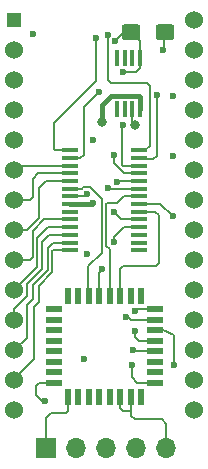
<source format=gtl>
G04 #@! TF.GenerationSoftware,KiCad,Pcbnew,5.1.12-84ad8e8a86~92~ubuntu20.04.1*
G04 #@! TF.CreationDate,2022-01-10T18:06:35+09:00*
G04 #@! TF.ProjectId,LI2026ODP,4c493230-3236-44f4-9450-2e6b69636164,rev?*
G04 #@! TF.SameCoordinates,Original*
G04 #@! TF.FileFunction,Copper,L1,Top*
G04 #@! TF.FilePolarity,Positive*
%FSLAX46Y46*%
G04 Gerber Fmt 4.6, Leading zero omitted, Abs format (unit mm)*
G04 Created by KiCad (PCBNEW 5.1.12-84ad8e8a86~92~ubuntu20.04.1) date 2022-01-10 18:06:35*
%MOMM*%
%LPD*%
G01*
G04 APERTURE LIST*
G04 #@! TA.AperFunction,ComponentPad*
%ADD10O,1.700000X1.700000*%
G04 #@! TD*
G04 #@! TA.AperFunction,ComponentPad*
%ADD11R,1.700000X1.700000*%
G04 #@! TD*
G04 #@! TA.AperFunction,ComponentPad*
%ADD12C,1.524000*%
G04 #@! TD*
G04 #@! TA.AperFunction,ComponentPad*
%ADD13R,1.270000X1.270000*%
G04 #@! TD*
G04 #@! TA.AperFunction,SMDPad,CuDef*
%ADD14R,0.431800X1.422400*%
G04 #@! TD*
G04 #@! TA.AperFunction,SMDPad,CuDef*
%ADD15R,1.384300X0.355600*%
G04 #@! TD*
G04 #@! TA.AperFunction,SMDPad,CuDef*
%ADD16R,0.508000X1.358900*%
G04 #@! TD*
G04 #@! TA.AperFunction,SMDPad,CuDef*
%ADD17R,1.358900X0.508000*%
G04 #@! TD*
G04 #@! TA.AperFunction,ViaPad*
%ADD18C,0.600000*%
G04 #@! TD*
G04 #@! TA.AperFunction,ViaPad*
%ADD19C,0.800000*%
G04 #@! TD*
G04 #@! TA.AperFunction,Conductor*
%ADD20C,0.200000*%
G04 #@! TD*
G04 #@! TA.AperFunction,Conductor*
%ADD21C,0.400000*%
G04 #@! TD*
G04 APERTURE END LIST*
G04 #@! TO.P,C1,2*
G04 #@! TO.N,GND*
G04 #@! TA.AperFunction,SMDPad,CuDef*
G36*
G01*
X129301000Y-87801001D02*
X129301000Y-86950999D01*
G75*
G02*
X129550999Y-86701000I249999J0D01*
G01*
X130626001Y-86701000D01*
G75*
G02*
X130876000Y-86950999I0J-249999D01*
G01*
X130876000Y-87801001D01*
G75*
G02*
X130626001Y-88051000I-249999J0D01*
G01*
X129550999Y-88051000D01*
G75*
G02*
X129301000Y-87801001I0J249999D01*
G01*
G37*
G04 #@! TD.AperFunction*
G04 #@! TO.P,C1,1*
G04 #@! TO.N,+3V3*
G04 #@! TA.AperFunction,SMDPad,CuDef*
G36*
G01*
X126426000Y-87801001D02*
X126426000Y-86950999D01*
G75*
G02*
X126675999Y-86701000I249999J0D01*
G01*
X127751001Y-86701000D01*
G75*
G02*
X128001000Y-86950999I0J-249999D01*
G01*
X128001000Y-87801001D01*
G75*
G02*
X127751001Y-88051000I-249999J0D01*
G01*
X126675999Y-88051000D01*
G75*
G02*
X126426000Y-87801001I0J249999D01*
G01*
G37*
G04 #@! TD.AperFunction*
G04 #@! TD*
D10*
G04 #@! TO.P,J2,5*
G04 #@! TO.N,/LPUART2_TX*
X130175000Y-122555000D03*
G04 #@! TO.P,J2,4*
G04 #@! TO.N,/NRST*
X127635000Y-122555000D03*
G04 #@! TO.P,J2,3*
G04 #@! TO.N,/SWDIO*
X125095000Y-122555000D03*
G04 #@! TO.P,J2,2*
G04 #@! TO.N,GND*
X122555000Y-122555000D03*
D11*
G04 #@! TO.P,J2,1*
G04 #@! TO.N,/SWCLK*
X120015000Y-122555000D03*
G04 #@! TD*
D12*
G04 #@! TO.P,J1,28*
G04 #@! TO.N,Net-(D9-Pad1)*
X132540000Y-86360000D03*
G04 #@! TO.P,J1,27*
G04 #@! TO.N,Net-(J1-Pad27)*
X132540000Y-88900000D03*
G04 #@! TO.P,J1,26*
G04 #@! TO.N,Net-(D8-Pad1)*
X132540000Y-91440000D03*
G04 #@! TO.P,J1,25*
G04 #@! TO.N,Net-(D7-Pad1)*
X132540000Y-93980000D03*
G04 #@! TO.P,J1,24*
G04 #@! TO.N,Net-(D6-Pad1)*
X132540000Y-96520000D03*
G04 #@! TO.P,J1,23*
G04 #@! TO.N,Net-(D5-Pad1)*
X132540000Y-99060000D03*
G04 #@! TO.P,J1,22*
G04 #@! TO.N,Net-(D4-Pad1)*
X132540000Y-101600000D03*
G04 #@! TO.P,J1,21*
G04 #@! TO.N,Net-(D3-Pad1)*
X132540000Y-104140000D03*
G04 #@! TO.P,J1,20*
G04 #@! TO.N,Net-(J1-Pad20)*
X132540000Y-106680000D03*
G04 #@! TO.P,J1,19*
G04 #@! TO.N,/HVKEY2*
X132540000Y-109220000D03*
G04 #@! TO.P,J1,18*
G04 #@! TO.N,/HVKEY1*
X132540000Y-111760000D03*
G04 #@! TO.P,J1,17*
G04 #@! TO.N,/HVKEY0*
X132540000Y-114300000D03*
G04 #@! TO.P,J1,16*
G04 #@! TO.N,Net-(J1-Pad16)*
X132540000Y-116840000D03*
G04 #@! TO.P,J1,15*
G04 #@! TO.N,Net-(J1-Pad15)*
X132540000Y-119380000D03*
G04 #@! TO.P,J1,14*
G04 #@! TO.N,/+25V*
X117300000Y-119380000D03*
G04 #@! TO.P,J1,13*
G04 #@! TO.N,/SEG_DP*
X117300000Y-116840000D03*
G04 #@! TO.P,J1,12*
G04 #@! TO.N,/SEG_D*
X117300000Y-114300000D03*
G04 #@! TO.P,J1,11*
G04 #@! TO.N,/SEG_C*
X117300000Y-111760000D03*
G04 #@! TO.P,J1,10*
G04 #@! TO.N,/SEG_E*
X117300000Y-109220000D03*
G04 #@! TO.P,J1,9*
G04 #@! TO.N,/SEG_G*
X117300000Y-106680000D03*
G04 #@! TO.P,J1,8*
G04 #@! TO.N,/SEG_B*
X117300000Y-104140000D03*
G04 #@! TO.P,J1,7*
G04 #@! TO.N,/SEG_F*
X117300000Y-101600000D03*
G04 #@! TO.P,J1,6*
G04 #@! TO.N,/SEG_A*
X117300000Y-99060000D03*
G04 #@! TO.P,J1,5*
G04 #@! TO.N,Net-(J1-Pad5)*
X117300000Y-96520000D03*
G04 #@! TO.P,J1,4*
G04 #@! TO.N,GND*
X117300000Y-93980000D03*
G04 #@! TO.P,J1,3*
G04 #@! TO.N,Net-(J1-Pad3)*
X117300000Y-91440000D03*
G04 #@! TO.P,J1,2*
G04 #@! TO.N,Net-(D2-Pad1)*
X117300000Y-88900000D03*
D13*
G04 #@! TO.P,J1,1*
G04 #@! TO.N,Net-(D1-Pad1)*
X117300000Y-86360000D03*
G04 #@! TD*
D14*
G04 #@! TO.P,U1,8*
G04 #@! TO.N,/+25V*
X127974999Y-93865700D03*
G04 #@! TO.P,U1,7*
G04 #@! TO.N,GND*
X127325001Y-93865700D03*
G04 #@! TO.P,U1,6*
G04 #@! TO.N,Net-(U1-Pad6)*
X126674999Y-93865700D03*
G04 #@! TO.P,U1,5*
G04 #@! TO.N,Net-(U1-Pad5)*
X126025001Y-93865700D03*
G04 #@! TO.P,U1,4*
G04 #@! TO.N,Net-(U1-Pad4)*
X126025001Y-89522300D03*
G04 #@! TO.P,U1,3*
G04 #@! TO.N,Net-(U1-Pad3)*
X126674999Y-89522300D03*
G04 #@! TO.P,U1,2*
G04 #@! TO.N,Net-(U1-Pad2)*
X127325001Y-89522300D03*
G04 #@! TO.P,U1,1*
G04 #@! TO.N,+3V3*
X127974999Y-89522300D03*
G04 #@! TD*
D15*
G04 #@! TO.P,U3,28*
G04 #@! TO.N,/D2*
X127908050Y-97375000D03*
G04 #@! TO.P,U3,27*
G04 #@! TO.N,/D3*
X127908050Y-98025001D03*
G04 #@! TO.P,U3,26*
G04 #@! TO.N,/D4*
X127908050Y-98675000D03*
G04 #@! TO.P,U3,25*
G04 #@! TO.N,/D5*
X127908050Y-99325001D03*
G04 #@! TO.P,U3,24*
G04 #@! TO.N,/D6*
X127908050Y-99974999D03*
G04 #@! TO.P,U3,23*
G04 #@! TO.N,/LOAD*
X127908050Y-100625001D03*
G04 #@! TO.P,U3,22*
G04 #@! TO.N,/SCK*
X127908050Y-101274999D03*
G04 #@! TO.P,U3,21*
G04 #@! TO.N,GND*
X127908050Y-101925001D03*
G04 #@! TO.P,U3,20*
G04 #@! TO.N,/BLANK*
X127908050Y-102574999D03*
G04 #@! TO.P,U3,19*
G04 #@! TO.N,/D7*
X127908050Y-103225001D03*
G04 #@! TO.P,U3,18*
G04 #@! TO.N,/D8*
X127908050Y-103874999D03*
G04 #@! TO.P,U3,17*
G04 #@! TO.N,Net-(U3-Pad17)*
X127908050Y-104525000D03*
G04 #@! TO.P,U3,16*
G04 #@! TO.N,Net-(U3-Pad16)*
X127908050Y-105174999D03*
G04 #@! TO.P,U3,15*
G04 #@! TO.N,Net-(U3-Pad15)*
X127908050Y-105825000D03*
G04 #@! TO.P,U3,14*
G04 #@! TO.N,/SEG_DP*
X122027950Y-105824998D03*
G04 #@! TO.P,U3,13*
G04 #@! TO.N,/SEG_D*
X122027950Y-105174999D03*
G04 #@! TO.P,U3,12*
G04 #@! TO.N,/SEG_C*
X122027950Y-104524998D03*
G04 #@! TO.P,U3,11*
G04 #@! TO.N,/SEG_E*
X122027950Y-103874999D03*
G04 #@! TO.P,U3,10*
G04 #@! TO.N,/SEG_G*
X122027950Y-103224998D03*
G04 #@! TO.P,U3,9*
G04 #@! TO.N,Net-(U3-Pad9)*
X122027950Y-102574999D03*
G04 #@! TO.P,U3,8*
G04 #@! TO.N,/+25V*
X122027950Y-101924998D03*
G04 #@! TO.P,U3,7*
G04 #@! TO.N,+3V3*
X122027950Y-101274999D03*
G04 #@! TO.P,U3,6*
G04 #@! TO.N,/MOSI*
X122027950Y-100625001D03*
G04 #@! TO.P,U3,5*
G04 #@! TO.N,/SEG_B*
X122027950Y-99974999D03*
G04 #@! TO.P,U3,4*
G04 #@! TO.N,/SEG_F*
X122027950Y-99325001D03*
G04 #@! TO.P,U3,3*
G04 #@! TO.N,/SEG_A*
X122027950Y-98675000D03*
G04 #@! TO.P,U3,2*
G04 #@! TO.N,/D0*
X122027950Y-98025001D03*
G04 #@! TO.P,U3,1*
G04 #@! TO.N,/D1*
X122027950Y-97375000D03*
G04 #@! TD*
D16*
G04 #@! TO.P,U2,32*
G04 #@! TO.N,Net-(U2-Pad32)*
X128079500Y-118228550D03*
G04 #@! TO.P,U2,31*
G04 #@! TO.N,/LPUART2_TX*
X127190500Y-118228550D03*
G04 #@! TO.P,U2,30*
X126301500Y-118228550D03*
G04 #@! TO.P,U2,29*
G04 #@! TO.N,Net-(U2-Pad29)*
X125412500Y-118228550D03*
G04 #@! TO.P,U2,28*
G04 #@! TO.N,Net-(U2-Pad28)*
X124523500Y-118228550D03*
G04 #@! TO.P,U2,27*
G04 #@! TO.N,Net-(U2-Pad27)*
X123634500Y-118228550D03*
G04 #@! TO.P,U2,26*
G04 #@! TO.N,Net-(U2-Pad26)*
X122745500Y-118228550D03*
G04 #@! TO.P,U2,25*
G04 #@! TO.N,/SWCLK*
X121856500Y-118228550D03*
D17*
G04 #@! TO.P,U2,24*
G04 #@! TO.N,/SWDIO*
X120694450Y-117066500D03*
G04 #@! TO.P,U2,23*
G04 #@! TO.N,Net-(U2-Pad23)*
X120694450Y-116177500D03*
G04 #@! TO.P,U2,22*
G04 #@! TO.N,Net-(U2-Pad22)*
X120694450Y-115288500D03*
G04 #@! TO.P,U2,21*
G04 #@! TO.N,Net-(U2-Pad21)*
X120694450Y-114399500D03*
G04 #@! TO.P,U2,20*
G04 #@! TO.N,Net-(U2-Pad20)*
X120694450Y-113510500D03*
G04 #@! TO.P,U2,19*
G04 #@! TO.N,Net-(U2-Pad19)*
X120694450Y-112621500D03*
G04 #@! TO.P,U2,18*
G04 #@! TO.N,Net-(U2-Pad18)*
X120694450Y-111732500D03*
G04 #@! TO.P,U2,17*
G04 #@! TO.N,Net-(U2-Pad17)*
X120694450Y-110843500D03*
D16*
G04 #@! TO.P,U2,16*
G04 #@! TO.N,Net-(U2-Pad16)*
X121856500Y-109681450D03*
G04 #@! TO.P,U2,15*
G04 #@! TO.N,Net-(U2-Pad15)*
X122745500Y-109681450D03*
G04 #@! TO.P,U2,14*
G04 #@! TO.N,/MOSI*
X123634500Y-109681450D03*
G04 #@! TO.P,U2,13*
G04 #@! TO.N,/LOAD*
X124523500Y-109681450D03*
G04 #@! TO.P,U2,12*
G04 #@! TO.N,/SCK*
X125412500Y-109681450D03*
G04 #@! TO.P,U2,11*
G04 #@! TO.N,/BLANK*
X126301500Y-109681450D03*
G04 #@! TO.P,U2,10*
G04 #@! TO.N,Net-(U2-Pad10)*
X127190500Y-109681450D03*
G04 #@! TO.P,U2,9*
G04 #@! TO.N,Net-(U2-Pad9)*
X128079500Y-109681450D03*
D17*
G04 #@! TO.P,U2,8*
G04 #@! TO.N,/KEY2*
X129241550Y-110843500D03*
G04 #@! TO.P,U2,7*
G04 #@! TO.N,/KEY1*
X129241550Y-111732500D03*
G04 #@! TO.P,U2,6*
G04 #@! TO.N,/NRST*
X129241550Y-112621500D03*
G04 #@! TO.P,U2,5*
G04 #@! TO.N,GND*
X129241550Y-113510500D03*
G04 #@! TO.P,U2,4*
G04 #@! TO.N,+3V3*
X129241550Y-114399500D03*
G04 #@! TO.P,U2,3*
G04 #@! TO.N,Net-(U2-Pad3)*
X129241550Y-115288500D03*
G04 #@! TO.P,U2,2*
G04 #@! TO.N,Net-(U2-Pad2)*
X129241550Y-116177500D03*
G04 #@! TO.P,U2,1*
G04 #@! TO.N,/KEY0*
X129241550Y-117066500D03*
G04 #@! TD*
D18*
G04 #@! TO.N,GND*
X118952000Y-87550000D03*
X130730000Y-92790000D03*
X130730000Y-97870000D03*
X130730000Y-102950000D03*
X123444000Y-106172000D03*
X123190000Y-115062000D03*
X123952000Y-96520000D03*
D19*
X127508000Y-95250000D03*
D18*
X127508000Y-112649000D03*
X129921000Y-88900000D03*
G04 #@! TO.N,+3V3*
X126492000Y-90733502D03*
X127416000Y-114300000D03*
X125862002Y-88110001D03*
X123444000Y-101092000D03*
D19*
G04 #@! TO.N,/+25V*
X124714000Y-94996000D03*
D18*
X123952000Y-101854000D03*
G04 #@! TO.N,/D1*
X124206000Y-87884000D03*
G04 #@! TO.N,/D0*
X124460000Y-92456000D03*
G04 #@! TO.N,/D8*
X125730000Y-105156000D03*
G04 #@! TO.N,/D7*
X125730000Y-102616000D03*
G04 #@! TO.N,/D6*
X125984000Y-100076000D03*
G04 #@! TO.N,/D5*
X125730000Y-97790000D03*
G04 #@! TO.N,/D4*
X126492000Y-95250000D03*
G04 #@! TO.N,/D3*
X129378000Y-92710000D03*
G04 #@! TO.N,/D2*
X125222000Y-87630000D03*
G04 #@! TO.N,/NRST*
X130810000Y-115570000D03*
G04 #@! TO.N,/SWDIO*
X119888000Y-118618000D03*
G04 #@! TO.N,/KEY2*
X127508000Y-110998000D03*
G04 #@! TO.N,/KEY1*
X126822004Y-111471000D03*
G04 #@! TO.N,/KEY0*
X127254000Y-115570000D03*
G04 #@! TO.N,/LOAD*
X125222000Y-100584000D03*
X124714000Y-107442000D03*
G04 #@! TD*
D20*
G04 #@! TO.N,GND*
X129705001Y-101925001D02*
X130730000Y-102950000D01*
X127400050Y-101925001D02*
X128595001Y-101925001D01*
X127325001Y-95067001D02*
X127508000Y-95250000D01*
X127325001Y-93865700D02*
X127325001Y-95067001D01*
X129966000Y-88855000D02*
X129921000Y-88900000D01*
X129966000Y-87503000D02*
X129966000Y-88855000D01*
X127508000Y-113164400D02*
X127508000Y-112649000D01*
X127854100Y-113510500D02*
X127508000Y-113164400D01*
X129241550Y-113510500D02*
X127854100Y-113510500D01*
X128960999Y-101925001D02*
X129705001Y-101925001D01*
X128595001Y-101925001D02*
X128960999Y-101925001D01*
G04 #@! TO.N,+3V3*
X127674997Y-90733502D02*
X126492000Y-90733502D01*
X127974999Y-90433500D02*
X127674997Y-90733502D01*
X127974999Y-89522300D02*
X127974999Y-90433500D01*
X121519950Y-101274999D02*
X122279904Y-101274999D01*
X127974999Y-88137499D02*
X127213500Y-87376000D01*
X127974999Y-89522300D02*
X127974999Y-88137499D01*
X126596003Y-87376000D02*
X125862002Y-88110001D01*
X127213500Y-87376000D02*
X126596003Y-87376000D01*
X127515500Y-114399500D02*
X127416000Y-114300000D01*
X129241550Y-114399500D02*
X127515500Y-114399500D01*
X128634050Y-114300000D02*
X129241550Y-114399500D01*
X123261001Y-101274999D02*
X123444000Y-101092000D01*
X122027950Y-101274999D02*
X123261001Y-101274999D01*
D21*
G04 #@! TO.N,/+25V*
X127974999Y-92868596D02*
X127974999Y-93865700D01*
X127860902Y-92754499D02*
X127974999Y-92868596D01*
X125489100Y-92754499D02*
X127860902Y-92754499D01*
X124714000Y-93529599D02*
X125489100Y-92754499D01*
X124714000Y-94996000D02*
X124714000Y-93529599D01*
X123881002Y-101924998D02*
X123952000Y-101854000D01*
X122027950Y-101924998D02*
X123881002Y-101924998D01*
D20*
G04 #@! TO.N,/D1*
X121519950Y-97375000D02*
X122589000Y-97375000D01*
X124206000Y-91472702D02*
X124206000Y-87884000D01*
X120650000Y-95028702D02*
X124206000Y-91472702D01*
X120650000Y-97282000D02*
X120650000Y-95028702D01*
X120743000Y-97375000D02*
X120650000Y-97282000D01*
X122027950Y-97375000D02*
X120743000Y-97375000D01*
G04 #@! TO.N,/D0*
X121519950Y-98025001D02*
X122504698Y-98025001D01*
X123189999Y-93726001D02*
X124460000Y-92456000D01*
X123189999Y-97755102D02*
X123189999Y-93726001D01*
X122920100Y-98025001D02*
X123189999Y-97755102D01*
X122027950Y-98025001D02*
X122920100Y-98025001D01*
G04 #@! TO.N,/D8*
X126586737Y-103874999D02*
X127908050Y-103874999D01*
X125730000Y-104731736D02*
X126586737Y-103874999D01*
X125730000Y-105156000D02*
X125730000Y-104731736D01*
G04 #@! TO.N,/D7*
X126339001Y-103225001D02*
X125730000Y-102616000D01*
X127908050Y-103225001D02*
X126339001Y-103225001D01*
G04 #@! TO.N,/D6*
X126085001Y-99974999D02*
X125984000Y-100076000D01*
X127908050Y-99974999D02*
X126085001Y-99974999D01*
G04 #@! TO.N,/D5*
X126592202Y-99325001D02*
X127908050Y-99325001D01*
X125730000Y-98462799D02*
X126592202Y-99325001D01*
X125730000Y-97790000D02*
X125730000Y-98462799D01*
G04 #@! TO.N,/D4*
X126407899Y-95334101D02*
X126492000Y-95250000D01*
X126407899Y-98574999D02*
X126407899Y-95334101D01*
X126507900Y-98675000D02*
X126407899Y-98574999D01*
X127908050Y-98675000D02*
X126507900Y-98675000D01*
G04 #@! TO.N,/D3*
X129378001Y-92710001D02*
X129378000Y-92710000D01*
X129378001Y-97824001D02*
X129378001Y-92710001D01*
X127511050Y-98136001D02*
X129066001Y-98136001D01*
X129066001Y-98136001D02*
X129378001Y-97824001D01*
X127400050Y-98025001D02*
X127511050Y-98136001D01*
G04 #@! TO.N,/D2*
X127400050Y-97375000D02*
X128431000Y-97375000D01*
X128777999Y-97028001D02*
X128777999Y-91948001D01*
X128431000Y-97375000D02*
X128777999Y-97028001D01*
X128777999Y-91948001D02*
X128523998Y-91694000D01*
X128523998Y-91694000D02*
X125476000Y-91694000D01*
X125222000Y-91440000D02*
X125222000Y-87630000D01*
X125476000Y-91694000D02*
X125222000Y-91440000D01*
G04 #@! TO.N,/SEG_DP*
X117300000Y-116724001D02*
X117300000Y-116840000D01*
X118962001Y-115062000D02*
X117300000Y-116724001D01*
X118962001Y-110594497D02*
X118962001Y-115062000D01*
X119380000Y-110176498D02*
X118962001Y-110594497D01*
X119380000Y-108837095D02*
X119380000Y-110176498D01*
X120542010Y-107675085D02*
X119380000Y-108837095D01*
X120627800Y-105824998D02*
X120542010Y-105910788D01*
X120542010Y-105910788D02*
X120542010Y-107675085D01*
X122027950Y-105824998D02*
X120627800Y-105824998D01*
G04 #@! TO.N,/SEG_D*
X120631001Y-105174999D02*
X122027950Y-105174999D01*
X120142000Y-105664000D02*
X120631001Y-105174999D01*
X120142000Y-107509396D02*
X120142000Y-105664000D01*
X118872000Y-108779396D02*
X120142000Y-107509396D01*
X118872000Y-109982000D02*
X118872000Y-108779396D01*
X118364000Y-110490000D02*
X118872000Y-109982000D01*
X118368849Y-113231151D02*
X118364000Y-110490000D01*
X117300000Y-114300000D02*
X118368849Y-113231151D01*
G04 #@! TO.N,/SEG_C*
X117300000Y-110792000D02*
X117300000Y-111760000D01*
X118362001Y-109729999D02*
X117300000Y-110792000D01*
X118364000Y-108721698D02*
X118364000Y-108966000D01*
X119672020Y-105156000D02*
X119672020Y-107413679D01*
X118362001Y-108967999D02*
X118362001Y-109729999D01*
X118364000Y-108966000D02*
X118362001Y-108967999D01*
X120303022Y-104524998D02*
X119672020Y-105156000D01*
X119672020Y-107413679D02*
X118364000Y-108721698D01*
X122027950Y-104524998D02*
X120303022Y-104524998D01*
G04 #@! TO.N,/SEG_E*
X119272010Y-104755990D02*
X119272010Y-107247990D01*
X119272010Y-107247990D02*
X117300000Y-109220000D01*
X120142000Y-103886000D02*
X119272010Y-104755990D01*
X120904000Y-103886000D02*
X120142000Y-103886000D01*
X120915001Y-103874999D02*
X120904000Y-103886000D01*
X122027950Y-103874999D02*
X120915001Y-103874999D01*
G04 #@! TO.N,/SEG_G*
X118618000Y-106680000D02*
X117300000Y-106680000D01*
X118872000Y-104197699D02*
X118872000Y-106426000D01*
X119844701Y-103224998D02*
X118872000Y-104197699D01*
X118872000Y-106426000D02*
X118618000Y-106680000D01*
X122027950Y-103224998D02*
X119844701Y-103224998D01*
G04 #@! TO.N,/SEG_B*
X119380000Y-103124000D02*
X118364000Y-104140000D01*
X118364000Y-104140000D02*
X117300000Y-104140000D01*
X119380000Y-100584000D02*
X119380000Y-103124000D01*
X119989001Y-99974999D02*
X119380000Y-100584000D01*
X122027950Y-99974999D02*
X119989001Y-99974999D01*
G04 #@! TO.N,/SEG_F*
X118872000Y-101346000D02*
X118618000Y-101600000D01*
X118618000Y-101600000D02*
X117300000Y-101600000D01*
X118872000Y-99822000D02*
X118872000Y-101346000D01*
X119368999Y-99325001D02*
X118872000Y-99822000D01*
X122027950Y-99325001D02*
X119368999Y-99325001D01*
G04 #@! TO.N,/SEG_A*
X117685000Y-98675000D02*
X117300000Y-99060000D01*
X122027950Y-98675000D02*
X117685000Y-98675000D01*
G04 #@! TO.N,/NRST*
X129893500Y-112621500D02*
X128733550Y-112621500D01*
X130810000Y-113030000D02*
X129893500Y-112621500D01*
X130810000Y-115570000D02*
X130810000Y-113030000D01*
G04 #@! TO.N,/SWDIO*
X119126000Y-118110000D02*
X119634000Y-118618000D01*
X119126000Y-117348000D02*
X119126000Y-118110000D01*
X119407500Y-117066500D02*
X119126000Y-117348000D01*
X119634000Y-118618000D02*
X119888000Y-118618000D01*
X120694450Y-117066500D02*
X119407500Y-117066500D01*
G04 #@! TO.N,/SWCLK*
X120015000Y-121920000D02*
X120015000Y-122555000D01*
X120015000Y-120015000D02*
X120015000Y-122555000D01*
X120396000Y-119634000D02*
X120015000Y-120015000D01*
X121666000Y-119634000D02*
X120396000Y-119634000D01*
X121856500Y-119443500D02*
X121666000Y-119634000D01*
X121856500Y-118228550D02*
X121856500Y-119443500D01*
G04 #@! TO.N,/KEY2*
X127662500Y-110843500D02*
X127508000Y-110998000D01*
X128733550Y-110843500D02*
X127662500Y-110843500D01*
G04 #@! TO.N,/KEY1*
X127226500Y-111732500D02*
X126965000Y-111471000D01*
X126965000Y-111471000D02*
X126822004Y-111471000D01*
X129241550Y-111732500D02*
X127226500Y-111732500D01*
G04 #@! TO.N,/KEY0*
X129241550Y-117066500D02*
X127734500Y-117066500D01*
X127254000Y-116586000D02*
X127254000Y-115570000D01*
X127734500Y-117066500D02*
X127254000Y-116586000D01*
G04 #@! TO.N,/MOSI*
X122279900Y-100625001D02*
X121519950Y-100625001D01*
X123605999Y-107153999D02*
X123605999Y-109652949D01*
X124714000Y-106045998D02*
X123605999Y-107153999D01*
X123605999Y-109652949D02*
X123634500Y-109681450D01*
X124714000Y-101473998D02*
X124714000Y-106045998D01*
X123732001Y-100491999D02*
X124714000Y-101473998D01*
X123155999Y-100491999D02*
X123732001Y-100491999D01*
X123022997Y-100625001D02*
X123155999Y-100491999D01*
X122027950Y-100625001D02*
X123022997Y-100625001D01*
G04 #@! TO.N,/LOAD*
X125314001Y-100676001D02*
X125222000Y-100584000D01*
X126272001Y-100676001D02*
X125314001Y-100676001D01*
X126323001Y-100625001D02*
X126272001Y-100676001D01*
X127908050Y-100625001D02*
X126323001Y-100625001D01*
X124523500Y-107759500D02*
X124523500Y-109681450D01*
X124714000Y-107442000D02*
X124523500Y-107759500D01*
G04 #@! TO.N,/SCK*
X126640100Y-101274999D02*
X127400050Y-101274999D01*
X126058721Y-101856378D02*
X126640100Y-101274999D01*
X125219622Y-101856378D02*
X126058721Y-101856378D01*
X125129999Y-105444001D02*
X125129999Y-101946001D01*
X125129999Y-101946001D02*
X125219622Y-101856378D01*
X125412500Y-105726502D02*
X125129999Y-105444001D01*
X125412500Y-109681450D02*
X125412500Y-105726502D01*
G04 #@! TO.N,/LPUART2_TX*
X127190500Y-119824500D02*
X127508000Y-120142000D01*
X127508000Y-120142000D02*
X129794000Y-120142000D01*
X130175000Y-120523000D02*
X130175000Y-122555000D01*
X129794000Y-120142000D02*
X130175000Y-120523000D01*
X127190500Y-119443500D02*
X126555500Y-119443500D01*
X127190500Y-118228550D02*
X127190500Y-119443500D01*
X127190500Y-119443500D02*
X127190500Y-119824500D01*
X126301500Y-119189500D02*
X126301500Y-118228550D01*
X126555500Y-119443500D02*
X126301500Y-119189500D01*
G04 #@! TO.N,/BLANK*
X126301500Y-107378500D02*
X126301500Y-109681450D01*
X126492000Y-107188000D02*
X126301500Y-107378500D01*
X129286000Y-107188000D02*
X126492000Y-107188000D01*
X129540000Y-106934000D02*
X129286000Y-107188000D01*
X129540000Y-102870000D02*
X129540000Y-106934000D01*
X129244999Y-102574999D02*
X129540000Y-102870000D01*
X127908050Y-102574999D02*
X129244999Y-102574999D01*
G04 #@! TD*
M02*

</source>
